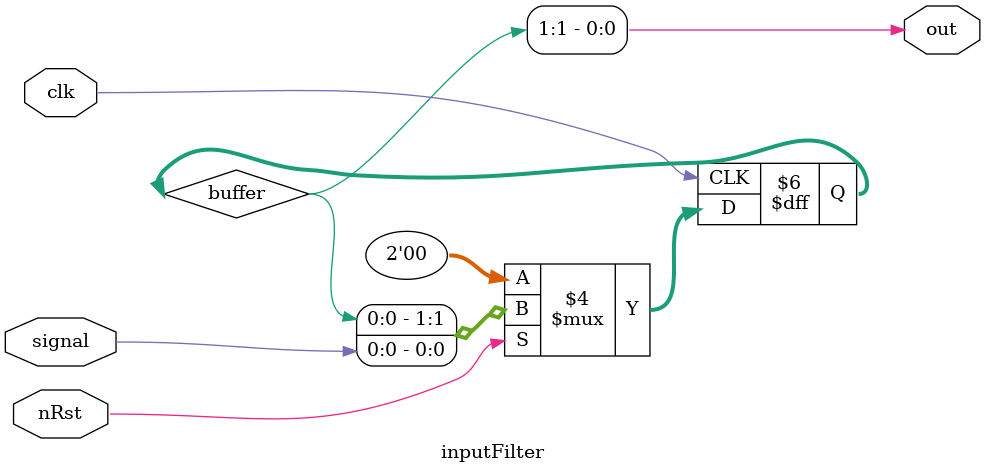
<source format=sv>
/* MIL-STD-1553 <-> SPI converter
 * Copyright(c) 2016 Stanislav Zhelnio
 * Licensed under the MIT license (MIT)
 * https://github.com/zhelnio/mil1553-spi
 */

`ifndef COMMON_INCLUDE
`define COMMON_INCLUDE

module signalChange(	input 	bit	nRst,
							input 	bit	clk,
							input 	bit 	signal,
							output 	bit	strobe);
	logic [1:0] buffer;
	assign strobe = buffer[1] ^ buffer[0];
	
	always_ff @ (posedge clk)
		if(!nRst)
			buffer <= 0;
		else	
			buffer <= {buffer[0], signal};
endmodule

module upFront(input 	bit	nRst,
					input 	bit	clk,
					input 	bit 	signal,
					output 	bit	strobe);
					
	logic [1:0] buffer;
	assign strobe = !buffer[1] & buffer[0];
	
	always_ff @ (posedge clk)
		if(!nRst)
			buffer <= 0;
		else	
			buffer <= {buffer[0], signal};
endmodule

module downFront(	input 	bit	nRst,
						input 	bit	clk,
						input 	bit 	signal,
						output 	bit	strobe);
					
	logic [1:0] buffer;
	assign strobe = buffer[1] & !buffer[0];
	
	always_ff @ (posedge clk)
		if(!nRst)
			buffer <= 0;
		else	
			buffer <= {buffer[0], signal};
endmodule

module inputFilter(	input 	bit	nRst,
							input 	bit	clk,
							input 	bit 	signal,
							output 	bit	out);
	logic [1:0] buffer;
	assign out = buffer[1];
	
	always_ff @ (posedge clk)
		if(!nRst)
			buffer <= 0;
		else	
			buffer <= {buffer[0], signal};
endmodule

`endif 
</source>
